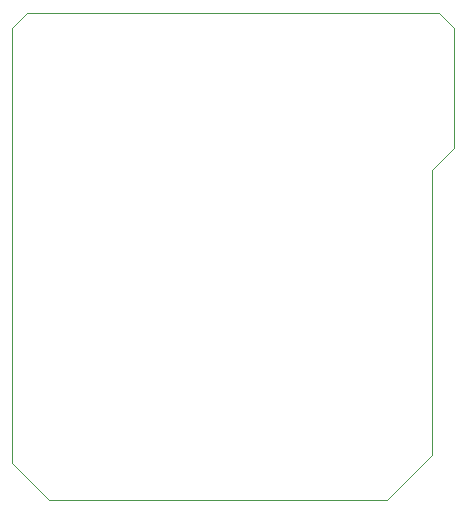
<source format=gbr>
G04 (created by PCBNEW (2013-june-11)-stable) date Fri 19 Feb 2016 10:27:21 AM CET*
%MOIN*%
G04 Gerber Fmt 3.4, Leading zero omitted, Abs format*
%FSLAX34Y34*%
G01*
G70*
G90*
G04 APERTURE LIST*
%ADD10C,0.00590551*%
%ADD11C,0.00393701*%
G04 APERTURE END LIST*
G54D10*
G54D11*
X31500Y-17750D02*
X45250Y-17750D01*
X31000Y-18250D02*
X31500Y-17750D01*
X31000Y-32750D02*
X31000Y-18250D01*
X45250Y-17750D02*
X45750Y-18250D01*
X31250Y-33000D02*
X31000Y-32750D01*
X32250Y-34000D02*
X31250Y-33000D01*
X32500Y-34000D02*
X32250Y-34000D01*
X43500Y-34000D02*
X32500Y-34000D01*
X45000Y-32500D02*
X43500Y-34000D01*
X45000Y-23000D02*
X45000Y-32500D01*
X45750Y-22250D02*
X45000Y-23000D01*
X45750Y-18250D02*
X45750Y-22250D01*
M02*

</source>
